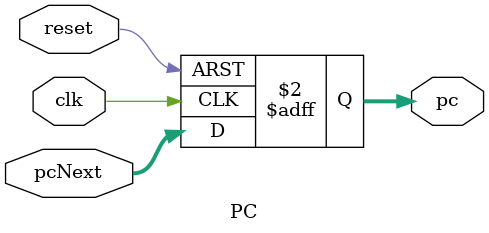
<source format=v>
module PC (
    input wire clk, reset,
    input wire [15:0] pcNext,
    output reg [15:0] pc
);

always @(posedge clk or posedge reset) begin
    if (reset) begin
        pc <=16'b0;
    end else if (clk) begin
        pc <= pcNext;
    end
end

endmodule
</source>
